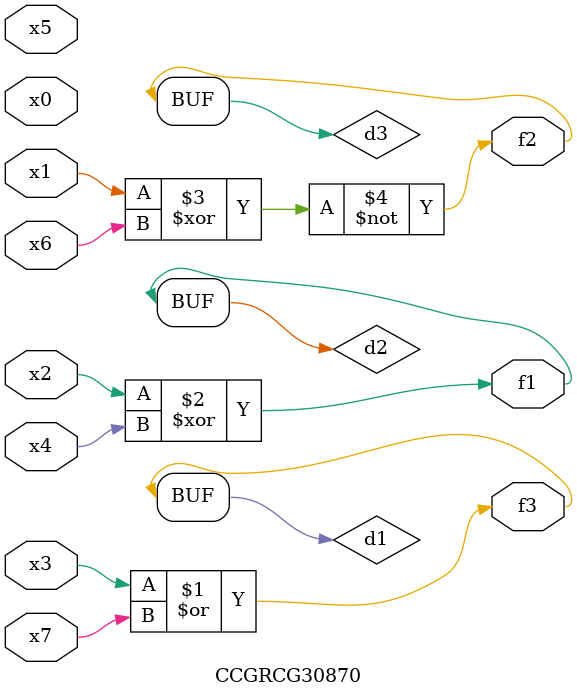
<source format=v>
module CCGRCG30870(
	input x0, x1, x2, x3, x4, x5, x6, x7,
	output f1, f2, f3
);

	wire d1, d2, d3;

	or (d1, x3, x7);
	xor (d2, x2, x4);
	xnor (d3, x1, x6);
	assign f1 = d2;
	assign f2 = d3;
	assign f3 = d1;
endmodule

</source>
